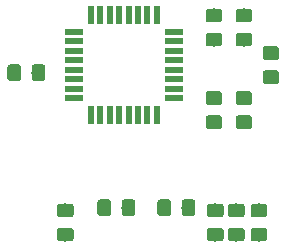
<source format=gbr>
G04 #@! TF.GenerationSoftware,KiCad,Pcbnew,(5.0.2-5)-5*
G04 #@! TF.CreationDate,2019-09-23T09:23:56+03:00*
G04 #@! TF.ProjectId,digi_pot,64696769-5f70-46f7-942e-6b696361645f,rev?*
G04 #@! TF.SameCoordinates,Original*
G04 #@! TF.FileFunction,Paste,Bot*
G04 #@! TF.FilePolarity,Positive*
%FSLAX46Y46*%
G04 Gerber Fmt 4.6, Leading zero omitted, Abs format (unit mm)*
G04 Created by KiCad (PCBNEW (5.0.2-5)-5) date 2019 September 23, Monday 09:23:56*
%MOMM*%
%LPD*%
G01*
G04 APERTURE LIST*
%ADD10C,0.100000*%
%ADD11C,1.150000*%
%ADD12R,1.600000X0.550000*%
%ADD13R,0.550000X1.600000*%
G04 APERTURE END LIST*
D10*
G04 #@! TO.C,R4*
G36*
X158589505Y-96826204D02*
X158613773Y-96829804D01*
X158637572Y-96835765D01*
X158660671Y-96844030D01*
X158682850Y-96854520D01*
X158703893Y-96867132D01*
X158723599Y-96881747D01*
X158741777Y-96898223D01*
X158758253Y-96916401D01*
X158772868Y-96936107D01*
X158785480Y-96957150D01*
X158795970Y-96979329D01*
X158804235Y-97002428D01*
X158810196Y-97026227D01*
X158813796Y-97050495D01*
X158815000Y-97074999D01*
X158815000Y-97725001D01*
X158813796Y-97749505D01*
X158810196Y-97773773D01*
X158804235Y-97797572D01*
X158795970Y-97820671D01*
X158785480Y-97842850D01*
X158772868Y-97863893D01*
X158758253Y-97883599D01*
X158741777Y-97901777D01*
X158723599Y-97918253D01*
X158703893Y-97932868D01*
X158682850Y-97945480D01*
X158660671Y-97955970D01*
X158637572Y-97964235D01*
X158613773Y-97970196D01*
X158589505Y-97973796D01*
X158565001Y-97975000D01*
X157664999Y-97975000D01*
X157640495Y-97973796D01*
X157616227Y-97970196D01*
X157592428Y-97964235D01*
X157569329Y-97955970D01*
X157547150Y-97945480D01*
X157526107Y-97932868D01*
X157506401Y-97918253D01*
X157488223Y-97901777D01*
X157471747Y-97883599D01*
X157457132Y-97863893D01*
X157444520Y-97842850D01*
X157434030Y-97820671D01*
X157425765Y-97797572D01*
X157419804Y-97773773D01*
X157416204Y-97749505D01*
X157415000Y-97725001D01*
X157415000Y-97074999D01*
X157416204Y-97050495D01*
X157419804Y-97026227D01*
X157425765Y-97002428D01*
X157434030Y-96979329D01*
X157444520Y-96957150D01*
X157457132Y-96936107D01*
X157471747Y-96916401D01*
X157488223Y-96898223D01*
X157506401Y-96881747D01*
X157526107Y-96867132D01*
X157547150Y-96854520D01*
X157569329Y-96844030D01*
X157592428Y-96835765D01*
X157616227Y-96829804D01*
X157640495Y-96826204D01*
X157664999Y-96825000D01*
X158565001Y-96825000D01*
X158589505Y-96826204D01*
X158589505Y-96826204D01*
G37*
D11*
X158115000Y-97400000D03*
D10*
G36*
X158589505Y-98876204D02*
X158613773Y-98879804D01*
X158637572Y-98885765D01*
X158660671Y-98894030D01*
X158682850Y-98904520D01*
X158703893Y-98917132D01*
X158723599Y-98931747D01*
X158741777Y-98948223D01*
X158758253Y-98966401D01*
X158772868Y-98986107D01*
X158785480Y-99007150D01*
X158795970Y-99029329D01*
X158804235Y-99052428D01*
X158810196Y-99076227D01*
X158813796Y-99100495D01*
X158815000Y-99124999D01*
X158815000Y-99775001D01*
X158813796Y-99799505D01*
X158810196Y-99823773D01*
X158804235Y-99847572D01*
X158795970Y-99870671D01*
X158785480Y-99892850D01*
X158772868Y-99913893D01*
X158758253Y-99933599D01*
X158741777Y-99951777D01*
X158723599Y-99968253D01*
X158703893Y-99982868D01*
X158682850Y-99995480D01*
X158660671Y-100005970D01*
X158637572Y-100014235D01*
X158613773Y-100020196D01*
X158589505Y-100023796D01*
X158565001Y-100025000D01*
X157664999Y-100025000D01*
X157640495Y-100023796D01*
X157616227Y-100020196D01*
X157592428Y-100014235D01*
X157569329Y-100005970D01*
X157547150Y-99995480D01*
X157526107Y-99982868D01*
X157506401Y-99968253D01*
X157488223Y-99951777D01*
X157471747Y-99933599D01*
X157457132Y-99913893D01*
X157444520Y-99892850D01*
X157434030Y-99870671D01*
X157425765Y-99847572D01*
X157419804Y-99823773D01*
X157416204Y-99799505D01*
X157415000Y-99775001D01*
X157415000Y-99124999D01*
X157416204Y-99100495D01*
X157419804Y-99076227D01*
X157425765Y-99052428D01*
X157434030Y-99029329D01*
X157444520Y-99007150D01*
X157457132Y-98986107D01*
X157471747Y-98966401D01*
X157488223Y-98948223D01*
X157506401Y-98931747D01*
X157526107Y-98917132D01*
X157547150Y-98904520D01*
X157569329Y-98894030D01*
X157592428Y-98885765D01*
X157616227Y-98879804D01*
X157640495Y-98876204D01*
X157664999Y-98875000D01*
X158565001Y-98875000D01*
X158589505Y-98876204D01*
X158589505Y-98876204D01*
G37*
D11*
X158115000Y-99450000D03*
G04 #@! TD*
D12*
G04 #@! TO.C,U1*
X150935000Y-82290000D03*
X150935000Y-83090000D03*
X150935000Y-83890000D03*
X150935000Y-84690000D03*
X150935000Y-85490000D03*
X150935000Y-86290000D03*
X150935000Y-87090000D03*
X150935000Y-87890000D03*
D13*
X149485000Y-89340000D03*
X148685000Y-89340000D03*
X147885000Y-89340000D03*
X147085000Y-89340000D03*
X146285000Y-89340000D03*
X145485000Y-89340000D03*
X144685000Y-89340000D03*
X143885000Y-89340000D03*
D12*
X142435000Y-87890000D03*
X142435000Y-87090000D03*
X142435000Y-86290000D03*
X142435000Y-85490000D03*
X142435000Y-84690000D03*
X142435000Y-83890000D03*
X142435000Y-83090000D03*
X142435000Y-82290000D03*
D13*
X143885000Y-80840000D03*
X144685000Y-80840000D03*
X145485000Y-80840000D03*
X146285000Y-80840000D03*
X147085000Y-80840000D03*
X147885000Y-80840000D03*
X148685000Y-80840000D03*
X149485000Y-80840000D03*
G04 #@! TD*
D10*
G04 #@! TO.C,R1*
G36*
X142206505Y-98876204D02*
X142230773Y-98879804D01*
X142254572Y-98885765D01*
X142277671Y-98894030D01*
X142299850Y-98904520D01*
X142320893Y-98917132D01*
X142340599Y-98931747D01*
X142358777Y-98948223D01*
X142375253Y-98966401D01*
X142389868Y-98986107D01*
X142402480Y-99007150D01*
X142412970Y-99029329D01*
X142421235Y-99052428D01*
X142427196Y-99076227D01*
X142430796Y-99100495D01*
X142432000Y-99124999D01*
X142432000Y-99775001D01*
X142430796Y-99799505D01*
X142427196Y-99823773D01*
X142421235Y-99847572D01*
X142412970Y-99870671D01*
X142402480Y-99892850D01*
X142389868Y-99913893D01*
X142375253Y-99933599D01*
X142358777Y-99951777D01*
X142340599Y-99968253D01*
X142320893Y-99982868D01*
X142299850Y-99995480D01*
X142277671Y-100005970D01*
X142254572Y-100014235D01*
X142230773Y-100020196D01*
X142206505Y-100023796D01*
X142182001Y-100025000D01*
X141281999Y-100025000D01*
X141257495Y-100023796D01*
X141233227Y-100020196D01*
X141209428Y-100014235D01*
X141186329Y-100005970D01*
X141164150Y-99995480D01*
X141143107Y-99982868D01*
X141123401Y-99968253D01*
X141105223Y-99951777D01*
X141088747Y-99933599D01*
X141074132Y-99913893D01*
X141061520Y-99892850D01*
X141051030Y-99870671D01*
X141042765Y-99847572D01*
X141036804Y-99823773D01*
X141033204Y-99799505D01*
X141032000Y-99775001D01*
X141032000Y-99124999D01*
X141033204Y-99100495D01*
X141036804Y-99076227D01*
X141042765Y-99052428D01*
X141051030Y-99029329D01*
X141061520Y-99007150D01*
X141074132Y-98986107D01*
X141088747Y-98966401D01*
X141105223Y-98948223D01*
X141123401Y-98931747D01*
X141143107Y-98917132D01*
X141164150Y-98904520D01*
X141186329Y-98894030D01*
X141209428Y-98885765D01*
X141233227Y-98879804D01*
X141257495Y-98876204D01*
X141281999Y-98875000D01*
X142182001Y-98875000D01*
X142206505Y-98876204D01*
X142206505Y-98876204D01*
G37*
D11*
X141732000Y-99450000D03*
D10*
G36*
X142206505Y-96826204D02*
X142230773Y-96829804D01*
X142254572Y-96835765D01*
X142277671Y-96844030D01*
X142299850Y-96854520D01*
X142320893Y-96867132D01*
X142340599Y-96881747D01*
X142358777Y-96898223D01*
X142375253Y-96916401D01*
X142389868Y-96936107D01*
X142402480Y-96957150D01*
X142412970Y-96979329D01*
X142421235Y-97002428D01*
X142427196Y-97026227D01*
X142430796Y-97050495D01*
X142432000Y-97074999D01*
X142432000Y-97725001D01*
X142430796Y-97749505D01*
X142427196Y-97773773D01*
X142421235Y-97797572D01*
X142412970Y-97820671D01*
X142402480Y-97842850D01*
X142389868Y-97863893D01*
X142375253Y-97883599D01*
X142358777Y-97901777D01*
X142340599Y-97918253D01*
X142320893Y-97932868D01*
X142299850Y-97945480D01*
X142277671Y-97955970D01*
X142254572Y-97964235D01*
X142230773Y-97970196D01*
X142206505Y-97973796D01*
X142182001Y-97975000D01*
X141281999Y-97975000D01*
X141257495Y-97973796D01*
X141233227Y-97970196D01*
X141209428Y-97964235D01*
X141186329Y-97955970D01*
X141164150Y-97945480D01*
X141143107Y-97932868D01*
X141123401Y-97918253D01*
X141105223Y-97901777D01*
X141088747Y-97883599D01*
X141074132Y-97863893D01*
X141061520Y-97842850D01*
X141051030Y-97820671D01*
X141042765Y-97797572D01*
X141036804Y-97773773D01*
X141033204Y-97749505D01*
X141032000Y-97725001D01*
X141032000Y-97074999D01*
X141033204Y-97050495D01*
X141036804Y-97026227D01*
X141042765Y-97002428D01*
X141051030Y-96979329D01*
X141061520Y-96957150D01*
X141074132Y-96936107D01*
X141088747Y-96916401D01*
X141105223Y-96898223D01*
X141123401Y-96881747D01*
X141143107Y-96867132D01*
X141164150Y-96854520D01*
X141186329Y-96844030D01*
X141209428Y-96835765D01*
X141233227Y-96829804D01*
X141257495Y-96826204D01*
X141281999Y-96825000D01*
X142182001Y-96825000D01*
X142206505Y-96826204D01*
X142206505Y-96826204D01*
G37*
D11*
X141732000Y-97400000D03*
G04 #@! TD*
D10*
G04 #@! TO.C,R2*
G36*
X154906505Y-96826204D02*
X154930773Y-96829804D01*
X154954572Y-96835765D01*
X154977671Y-96844030D01*
X154999850Y-96854520D01*
X155020893Y-96867132D01*
X155040599Y-96881747D01*
X155058777Y-96898223D01*
X155075253Y-96916401D01*
X155089868Y-96936107D01*
X155102480Y-96957150D01*
X155112970Y-96979329D01*
X155121235Y-97002428D01*
X155127196Y-97026227D01*
X155130796Y-97050495D01*
X155132000Y-97074999D01*
X155132000Y-97725001D01*
X155130796Y-97749505D01*
X155127196Y-97773773D01*
X155121235Y-97797572D01*
X155112970Y-97820671D01*
X155102480Y-97842850D01*
X155089868Y-97863893D01*
X155075253Y-97883599D01*
X155058777Y-97901777D01*
X155040599Y-97918253D01*
X155020893Y-97932868D01*
X154999850Y-97945480D01*
X154977671Y-97955970D01*
X154954572Y-97964235D01*
X154930773Y-97970196D01*
X154906505Y-97973796D01*
X154882001Y-97975000D01*
X153981999Y-97975000D01*
X153957495Y-97973796D01*
X153933227Y-97970196D01*
X153909428Y-97964235D01*
X153886329Y-97955970D01*
X153864150Y-97945480D01*
X153843107Y-97932868D01*
X153823401Y-97918253D01*
X153805223Y-97901777D01*
X153788747Y-97883599D01*
X153774132Y-97863893D01*
X153761520Y-97842850D01*
X153751030Y-97820671D01*
X153742765Y-97797572D01*
X153736804Y-97773773D01*
X153733204Y-97749505D01*
X153732000Y-97725001D01*
X153732000Y-97074999D01*
X153733204Y-97050495D01*
X153736804Y-97026227D01*
X153742765Y-97002428D01*
X153751030Y-96979329D01*
X153761520Y-96957150D01*
X153774132Y-96936107D01*
X153788747Y-96916401D01*
X153805223Y-96898223D01*
X153823401Y-96881747D01*
X153843107Y-96867132D01*
X153864150Y-96854520D01*
X153886329Y-96844030D01*
X153909428Y-96835765D01*
X153933227Y-96829804D01*
X153957495Y-96826204D01*
X153981999Y-96825000D01*
X154882001Y-96825000D01*
X154906505Y-96826204D01*
X154906505Y-96826204D01*
G37*
D11*
X154432000Y-97400000D03*
D10*
G36*
X154906505Y-98876204D02*
X154930773Y-98879804D01*
X154954572Y-98885765D01*
X154977671Y-98894030D01*
X154999850Y-98904520D01*
X155020893Y-98917132D01*
X155040599Y-98931747D01*
X155058777Y-98948223D01*
X155075253Y-98966401D01*
X155089868Y-98986107D01*
X155102480Y-99007150D01*
X155112970Y-99029329D01*
X155121235Y-99052428D01*
X155127196Y-99076227D01*
X155130796Y-99100495D01*
X155132000Y-99124999D01*
X155132000Y-99775001D01*
X155130796Y-99799505D01*
X155127196Y-99823773D01*
X155121235Y-99847572D01*
X155112970Y-99870671D01*
X155102480Y-99892850D01*
X155089868Y-99913893D01*
X155075253Y-99933599D01*
X155058777Y-99951777D01*
X155040599Y-99968253D01*
X155020893Y-99982868D01*
X154999850Y-99995480D01*
X154977671Y-100005970D01*
X154954572Y-100014235D01*
X154930773Y-100020196D01*
X154906505Y-100023796D01*
X154882001Y-100025000D01*
X153981999Y-100025000D01*
X153957495Y-100023796D01*
X153933227Y-100020196D01*
X153909428Y-100014235D01*
X153886329Y-100005970D01*
X153864150Y-99995480D01*
X153843107Y-99982868D01*
X153823401Y-99968253D01*
X153805223Y-99951777D01*
X153788747Y-99933599D01*
X153774132Y-99913893D01*
X153761520Y-99892850D01*
X153751030Y-99870671D01*
X153742765Y-99847572D01*
X153736804Y-99823773D01*
X153733204Y-99799505D01*
X153732000Y-99775001D01*
X153732000Y-99124999D01*
X153733204Y-99100495D01*
X153736804Y-99076227D01*
X153742765Y-99052428D01*
X153751030Y-99029329D01*
X153761520Y-99007150D01*
X153774132Y-98986107D01*
X153788747Y-98966401D01*
X153805223Y-98948223D01*
X153823401Y-98931747D01*
X153843107Y-98917132D01*
X153864150Y-98904520D01*
X153886329Y-98894030D01*
X153909428Y-98885765D01*
X153933227Y-98879804D01*
X153957495Y-98876204D01*
X153981999Y-98875000D01*
X154882001Y-98875000D01*
X154906505Y-98876204D01*
X154906505Y-98876204D01*
G37*
D11*
X154432000Y-99450000D03*
G04 #@! TD*
D10*
G04 #@! TO.C,R3*
G36*
X156684505Y-98876204D02*
X156708773Y-98879804D01*
X156732572Y-98885765D01*
X156755671Y-98894030D01*
X156777850Y-98904520D01*
X156798893Y-98917132D01*
X156818599Y-98931747D01*
X156836777Y-98948223D01*
X156853253Y-98966401D01*
X156867868Y-98986107D01*
X156880480Y-99007150D01*
X156890970Y-99029329D01*
X156899235Y-99052428D01*
X156905196Y-99076227D01*
X156908796Y-99100495D01*
X156910000Y-99124999D01*
X156910000Y-99775001D01*
X156908796Y-99799505D01*
X156905196Y-99823773D01*
X156899235Y-99847572D01*
X156890970Y-99870671D01*
X156880480Y-99892850D01*
X156867868Y-99913893D01*
X156853253Y-99933599D01*
X156836777Y-99951777D01*
X156818599Y-99968253D01*
X156798893Y-99982868D01*
X156777850Y-99995480D01*
X156755671Y-100005970D01*
X156732572Y-100014235D01*
X156708773Y-100020196D01*
X156684505Y-100023796D01*
X156660001Y-100025000D01*
X155759999Y-100025000D01*
X155735495Y-100023796D01*
X155711227Y-100020196D01*
X155687428Y-100014235D01*
X155664329Y-100005970D01*
X155642150Y-99995480D01*
X155621107Y-99982868D01*
X155601401Y-99968253D01*
X155583223Y-99951777D01*
X155566747Y-99933599D01*
X155552132Y-99913893D01*
X155539520Y-99892850D01*
X155529030Y-99870671D01*
X155520765Y-99847572D01*
X155514804Y-99823773D01*
X155511204Y-99799505D01*
X155510000Y-99775001D01*
X155510000Y-99124999D01*
X155511204Y-99100495D01*
X155514804Y-99076227D01*
X155520765Y-99052428D01*
X155529030Y-99029329D01*
X155539520Y-99007150D01*
X155552132Y-98986107D01*
X155566747Y-98966401D01*
X155583223Y-98948223D01*
X155601401Y-98931747D01*
X155621107Y-98917132D01*
X155642150Y-98904520D01*
X155664329Y-98894030D01*
X155687428Y-98885765D01*
X155711227Y-98879804D01*
X155735495Y-98876204D01*
X155759999Y-98875000D01*
X156660001Y-98875000D01*
X156684505Y-98876204D01*
X156684505Y-98876204D01*
G37*
D11*
X156210000Y-99450000D03*
D10*
G36*
X156684505Y-96826204D02*
X156708773Y-96829804D01*
X156732572Y-96835765D01*
X156755671Y-96844030D01*
X156777850Y-96854520D01*
X156798893Y-96867132D01*
X156818599Y-96881747D01*
X156836777Y-96898223D01*
X156853253Y-96916401D01*
X156867868Y-96936107D01*
X156880480Y-96957150D01*
X156890970Y-96979329D01*
X156899235Y-97002428D01*
X156905196Y-97026227D01*
X156908796Y-97050495D01*
X156910000Y-97074999D01*
X156910000Y-97725001D01*
X156908796Y-97749505D01*
X156905196Y-97773773D01*
X156899235Y-97797572D01*
X156890970Y-97820671D01*
X156880480Y-97842850D01*
X156867868Y-97863893D01*
X156853253Y-97883599D01*
X156836777Y-97901777D01*
X156818599Y-97918253D01*
X156798893Y-97932868D01*
X156777850Y-97945480D01*
X156755671Y-97955970D01*
X156732572Y-97964235D01*
X156708773Y-97970196D01*
X156684505Y-97973796D01*
X156660001Y-97975000D01*
X155759999Y-97975000D01*
X155735495Y-97973796D01*
X155711227Y-97970196D01*
X155687428Y-97964235D01*
X155664329Y-97955970D01*
X155642150Y-97945480D01*
X155621107Y-97932868D01*
X155601401Y-97918253D01*
X155583223Y-97901777D01*
X155566747Y-97883599D01*
X155552132Y-97863893D01*
X155539520Y-97842850D01*
X155529030Y-97820671D01*
X155520765Y-97797572D01*
X155514804Y-97773773D01*
X155511204Y-97749505D01*
X155510000Y-97725001D01*
X155510000Y-97074999D01*
X155511204Y-97050495D01*
X155514804Y-97026227D01*
X155520765Y-97002428D01*
X155529030Y-96979329D01*
X155539520Y-96957150D01*
X155552132Y-96936107D01*
X155566747Y-96916401D01*
X155583223Y-96898223D01*
X155601401Y-96881747D01*
X155621107Y-96867132D01*
X155642150Y-96854520D01*
X155664329Y-96844030D01*
X155687428Y-96835765D01*
X155711227Y-96829804D01*
X155735495Y-96826204D01*
X155759999Y-96825000D01*
X156660001Y-96825000D01*
X156684505Y-96826204D01*
X156684505Y-96826204D01*
G37*
D11*
X156210000Y-97400000D03*
G04 #@! TD*
D10*
G04 #@! TO.C,C1*
G36*
X159605505Y-85541204D02*
X159629773Y-85544804D01*
X159653572Y-85550765D01*
X159676671Y-85559030D01*
X159698850Y-85569520D01*
X159719893Y-85582132D01*
X159739599Y-85596747D01*
X159757777Y-85613223D01*
X159774253Y-85631401D01*
X159788868Y-85651107D01*
X159801480Y-85672150D01*
X159811970Y-85694329D01*
X159820235Y-85717428D01*
X159826196Y-85741227D01*
X159829796Y-85765495D01*
X159831000Y-85789999D01*
X159831000Y-86440001D01*
X159829796Y-86464505D01*
X159826196Y-86488773D01*
X159820235Y-86512572D01*
X159811970Y-86535671D01*
X159801480Y-86557850D01*
X159788868Y-86578893D01*
X159774253Y-86598599D01*
X159757777Y-86616777D01*
X159739599Y-86633253D01*
X159719893Y-86647868D01*
X159698850Y-86660480D01*
X159676671Y-86670970D01*
X159653572Y-86679235D01*
X159629773Y-86685196D01*
X159605505Y-86688796D01*
X159581001Y-86690000D01*
X158680999Y-86690000D01*
X158656495Y-86688796D01*
X158632227Y-86685196D01*
X158608428Y-86679235D01*
X158585329Y-86670970D01*
X158563150Y-86660480D01*
X158542107Y-86647868D01*
X158522401Y-86633253D01*
X158504223Y-86616777D01*
X158487747Y-86598599D01*
X158473132Y-86578893D01*
X158460520Y-86557850D01*
X158450030Y-86535671D01*
X158441765Y-86512572D01*
X158435804Y-86488773D01*
X158432204Y-86464505D01*
X158431000Y-86440001D01*
X158431000Y-85789999D01*
X158432204Y-85765495D01*
X158435804Y-85741227D01*
X158441765Y-85717428D01*
X158450030Y-85694329D01*
X158460520Y-85672150D01*
X158473132Y-85651107D01*
X158487747Y-85631401D01*
X158504223Y-85613223D01*
X158522401Y-85596747D01*
X158542107Y-85582132D01*
X158563150Y-85569520D01*
X158585329Y-85559030D01*
X158608428Y-85550765D01*
X158632227Y-85544804D01*
X158656495Y-85541204D01*
X158680999Y-85540000D01*
X159581001Y-85540000D01*
X159605505Y-85541204D01*
X159605505Y-85541204D01*
G37*
D11*
X159131000Y-86115000D03*
D10*
G36*
X159605505Y-83491204D02*
X159629773Y-83494804D01*
X159653572Y-83500765D01*
X159676671Y-83509030D01*
X159698850Y-83519520D01*
X159719893Y-83532132D01*
X159739599Y-83546747D01*
X159757777Y-83563223D01*
X159774253Y-83581401D01*
X159788868Y-83601107D01*
X159801480Y-83622150D01*
X159811970Y-83644329D01*
X159820235Y-83667428D01*
X159826196Y-83691227D01*
X159829796Y-83715495D01*
X159831000Y-83739999D01*
X159831000Y-84390001D01*
X159829796Y-84414505D01*
X159826196Y-84438773D01*
X159820235Y-84462572D01*
X159811970Y-84485671D01*
X159801480Y-84507850D01*
X159788868Y-84528893D01*
X159774253Y-84548599D01*
X159757777Y-84566777D01*
X159739599Y-84583253D01*
X159719893Y-84597868D01*
X159698850Y-84610480D01*
X159676671Y-84620970D01*
X159653572Y-84629235D01*
X159629773Y-84635196D01*
X159605505Y-84638796D01*
X159581001Y-84640000D01*
X158680999Y-84640000D01*
X158656495Y-84638796D01*
X158632227Y-84635196D01*
X158608428Y-84629235D01*
X158585329Y-84620970D01*
X158563150Y-84610480D01*
X158542107Y-84597868D01*
X158522401Y-84583253D01*
X158504223Y-84566777D01*
X158487747Y-84548599D01*
X158473132Y-84528893D01*
X158460520Y-84507850D01*
X158450030Y-84485671D01*
X158441765Y-84462572D01*
X158435804Y-84438773D01*
X158432204Y-84414505D01*
X158431000Y-84390001D01*
X158431000Y-83739999D01*
X158432204Y-83715495D01*
X158435804Y-83691227D01*
X158441765Y-83667428D01*
X158450030Y-83644329D01*
X158460520Y-83622150D01*
X158473132Y-83601107D01*
X158487747Y-83581401D01*
X158504223Y-83563223D01*
X158522401Y-83546747D01*
X158542107Y-83532132D01*
X158563150Y-83519520D01*
X158585329Y-83509030D01*
X158608428Y-83500765D01*
X158632227Y-83494804D01*
X158656495Y-83491204D01*
X158680999Y-83490000D01*
X159581001Y-83490000D01*
X159605505Y-83491204D01*
X159605505Y-83491204D01*
G37*
D11*
X159131000Y-84065000D03*
G04 #@! TD*
D10*
G04 #@! TO.C,R5*
G36*
X152504505Y-96456204D02*
X152528773Y-96459804D01*
X152552572Y-96465765D01*
X152575671Y-96474030D01*
X152597850Y-96484520D01*
X152618893Y-96497132D01*
X152638599Y-96511747D01*
X152656777Y-96528223D01*
X152673253Y-96546401D01*
X152687868Y-96566107D01*
X152700480Y-96587150D01*
X152710970Y-96609329D01*
X152719235Y-96632428D01*
X152725196Y-96656227D01*
X152728796Y-96680495D01*
X152730000Y-96704999D01*
X152730000Y-97605001D01*
X152728796Y-97629505D01*
X152725196Y-97653773D01*
X152719235Y-97677572D01*
X152710970Y-97700671D01*
X152700480Y-97722850D01*
X152687868Y-97743893D01*
X152673253Y-97763599D01*
X152656777Y-97781777D01*
X152638599Y-97798253D01*
X152618893Y-97812868D01*
X152597850Y-97825480D01*
X152575671Y-97835970D01*
X152552572Y-97844235D01*
X152528773Y-97850196D01*
X152504505Y-97853796D01*
X152480001Y-97855000D01*
X151829999Y-97855000D01*
X151805495Y-97853796D01*
X151781227Y-97850196D01*
X151757428Y-97844235D01*
X151734329Y-97835970D01*
X151712150Y-97825480D01*
X151691107Y-97812868D01*
X151671401Y-97798253D01*
X151653223Y-97781777D01*
X151636747Y-97763599D01*
X151622132Y-97743893D01*
X151609520Y-97722850D01*
X151599030Y-97700671D01*
X151590765Y-97677572D01*
X151584804Y-97653773D01*
X151581204Y-97629505D01*
X151580000Y-97605001D01*
X151580000Y-96704999D01*
X151581204Y-96680495D01*
X151584804Y-96656227D01*
X151590765Y-96632428D01*
X151599030Y-96609329D01*
X151609520Y-96587150D01*
X151622132Y-96566107D01*
X151636747Y-96546401D01*
X151653223Y-96528223D01*
X151671401Y-96511747D01*
X151691107Y-96497132D01*
X151712150Y-96484520D01*
X151734329Y-96474030D01*
X151757428Y-96465765D01*
X151781227Y-96459804D01*
X151805495Y-96456204D01*
X151829999Y-96455000D01*
X152480001Y-96455000D01*
X152504505Y-96456204D01*
X152504505Y-96456204D01*
G37*
D11*
X152155000Y-97155000D03*
D10*
G36*
X150454505Y-96456204D02*
X150478773Y-96459804D01*
X150502572Y-96465765D01*
X150525671Y-96474030D01*
X150547850Y-96484520D01*
X150568893Y-96497132D01*
X150588599Y-96511747D01*
X150606777Y-96528223D01*
X150623253Y-96546401D01*
X150637868Y-96566107D01*
X150650480Y-96587150D01*
X150660970Y-96609329D01*
X150669235Y-96632428D01*
X150675196Y-96656227D01*
X150678796Y-96680495D01*
X150680000Y-96704999D01*
X150680000Y-97605001D01*
X150678796Y-97629505D01*
X150675196Y-97653773D01*
X150669235Y-97677572D01*
X150660970Y-97700671D01*
X150650480Y-97722850D01*
X150637868Y-97743893D01*
X150623253Y-97763599D01*
X150606777Y-97781777D01*
X150588599Y-97798253D01*
X150568893Y-97812868D01*
X150547850Y-97825480D01*
X150525671Y-97835970D01*
X150502572Y-97844235D01*
X150478773Y-97850196D01*
X150454505Y-97853796D01*
X150430001Y-97855000D01*
X149779999Y-97855000D01*
X149755495Y-97853796D01*
X149731227Y-97850196D01*
X149707428Y-97844235D01*
X149684329Y-97835970D01*
X149662150Y-97825480D01*
X149641107Y-97812868D01*
X149621401Y-97798253D01*
X149603223Y-97781777D01*
X149586747Y-97763599D01*
X149572132Y-97743893D01*
X149559520Y-97722850D01*
X149549030Y-97700671D01*
X149540765Y-97677572D01*
X149534804Y-97653773D01*
X149531204Y-97629505D01*
X149530000Y-97605001D01*
X149530000Y-96704999D01*
X149531204Y-96680495D01*
X149534804Y-96656227D01*
X149540765Y-96632428D01*
X149549030Y-96609329D01*
X149559520Y-96587150D01*
X149572132Y-96566107D01*
X149586747Y-96546401D01*
X149603223Y-96528223D01*
X149621401Y-96511747D01*
X149641107Y-96497132D01*
X149662150Y-96484520D01*
X149684329Y-96474030D01*
X149707428Y-96465765D01*
X149731227Y-96459804D01*
X149755495Y-96456204D01*
X149779999Y-96455000D01*
X150430001Y-96455000D01*
X150454505Y-96456204D01*
X150454505Y-96456204D01*
G37*
D11*
X150105000Y-97155000D03*
G04 #@! TD*
D10*
G04 #@! TO.C,R6*
G36*
X147424505Y-96456204D02*
X147448773Y-96459804D01*
X147472572Y-96465765D01*
X147495671Y-96474030D01*
X147517850Y-96484520D01*
X147538893Y-96497132D01*
X147558599Y-96511747D01*
X147576777Y-96528223D01*
X147593253Y-96546401D01*
X147607868Y-96566107D01*
X147620480Y-96587150D01*
X147630970Y-96609329D01*
X147639235Y-96632428D01*
X147645196Y-96656227D01*
X147648796Y-96680495D01*
X147650000Y-96704999D01*
X147650000Y-97605001D01*
X147648796Y-97629505D01*
X147645196Y-97653773D01*
X147639235Y-97677572D01*
X147630970Y-97700671D01*
X147620480Y-97722850D01*
X147607868Y-97743893D01*
X147593253Y-97763599D01*
X147576777Y-97781777D01*
X147558599Y-97798253D01*
X147538893Y-97812868D01*
X147517850Y-97825480D01*
X147495671Y-97835970D01*
X147472572Y-97844235D01*
X147448773Y-97850196D01*
X147424505Y-97853796D01*
X147400001Y-97855000D01*
X146749999Y-97855000D01*
X146725495Y-97853796D01*
X146701227Y-97850196D01*
X146677428Y-97844235D01*
X146654329Y-97835970D01*
X146632150Y-97825480D01*
X146611107Y-97812868D01*
X146591401Y-97798253D01*
X146573223Y-97781777D01*
X146556747Y-97763599D01*
X146542132Y-97743893D01*
X146529520Y-97722850D01*
X146519030Y-97700671D01*
X146510765Y-97677572D01*
X146504804Y-97653773D01*
X146501204Y-97629505D01*
X146500000Y-97605001D01*
X146500000Y-96704999D01*
X146501204Y-96680495D01*
X146504804Y-96656227D01*
X146510765Y-96632428D01*
X146519030Y-96609329D01*
X146529520Y-96587150D01*
X146542132Y-96566107D01*
X146556747Y-96546401D01*
X146573223Y-96528223D01*
X146591401Y-96511747D01*
X146611107Y-96497132D01*
X146632150Y-96484520D01*
X146654329Y-96474030D01*
X146677428Y-96465765D01*
X146701227Y-96459804D01*
X146725495Y-96456204D01*
X146749999Y-96455000D01*
X147400001Y-96455000D01*
X147424505Y-96456204D01*
X147424505Y-96456204D01*
G37*
D11*
X147075000Y-97155000D03*
D10*
G36*
X145374505Y-96456204D02*
X145398773Y-96459804D01*
X145422572Y-96465765D01*
X145445671Y-96474030D01*
X145467850Y-96484520D01*
X145488893Y-96497132D01*
X145508599Y-96511747D01*
X145526777Y-96528223D01*
X145543253Y-96546401D01*
X145557868Y-96566107D01*
X145570480Y-96587150D01*
X145580970Y-96609329D01*
X145589235Y-96632428D01*
X145595196Y-96656227D01*
X145598796Y-96680495D01*
X145600000Y-96704999D01*
X145600000Y-97605001D01*
X145598796Y-97629505D01*
X145595196Y-97653773D01*
X145589235Y-97677572D01*
X145580970Y-97700671D01*
X145570480Y-97722850D01*
X145557868Y-97743893D01*
X145543253Y-97763599D01*
X145526777Y-97781777D01*
X145508599Y-97798253D01*
X145488893Y-97812868D01*
X145467850Y-97825480D01*
X145445671Y-97835970D01*
X145422572Y-97844235D01*
X145398773Y-97850196D01*
X145374505Y-97853796D01*
X145350001Y-97855000D01*
X144699999Y-97855000D01*
X144675495Y-97853796D01*
X144651227Y-97850196D01*
X144627428Y-97844235D01*
X144604329Y-97835970D01*
X144582150Y-97825480D01*
X144561107Y-97812868D01*
X144541401Y-97798253D01*
X144523223Y-97781777D01*
X144506747Y-97763599D01*
X144492132Y-97743893D01*
X144479520Y-97722850D01*
X144469030Y-97700671D01*
X144460765Y-97677572D01*
X144454804Y-97653773D01*
X144451204Y-97629505D01*
X144450000Y-97605001D01*
X144450000Y-96704999D01*
X144451204Y-96680495D01*
X144454804Y-96656227D01*
X144460765Y-96632428D01*
X144469030Y-96609329D01*
X144479520Y-96587150D01*
X144492132Y-96566107D01*
X144506747Y-96546401D01*
X144523223Y-96528223D01*
X144541401Y-96511747D01*
X144561107Y-96497132D01*
X144582150Y-96484520D01*
X144604329Y-96474030D01*
X144627428Y-96465765D01*
X144651227Y-96459804D01*
X144675495Y-96456204D01*
X144699999Y-96455000D01*
X145350001Y-96455000D01*
X145374505Y-96456204D01*
X145374505Y-96456204D01*
G37*
D11*
X145025000Y-97155000D03*
G04 #@! TD*
D10*
G04 #@! TO.C,C3*
G36*
X139804505Y-85026204D02*
X139828773Y-85029804D01*
X139852572Y-85035765D01*
X139875671Y-85044030D01*
X139897850Y-85054520D01*
X139918893Y-85067132D01*
X139938599Y-85081747D01*
X139956777Y-85098223D01*
X139973253Y-85116401D01*
X139987868Y-85136107D01*
X140000480Y-85157150D01*
X140010970Y-85179329D01*
X140019235Y-85202428D01*
X140025196Y-85226227D01*
X140028796Y-85250495D01*
X140030000Y-85274999D01*
X140030000Y-86175001D01*
X140028796Y-86199505D01*
X140025196Y-86223773D01*
X140019235Y-86247572D01*
X140010970Y-86270671D01*
X140000480Y-86292850D01*
X139987868Y-86313893D01*
X139973253Y-86333599D01*
X139956777Y-86351777D01*
X139938599Y-86368253D01*
X139918893Y-86382868D01*
X139897850Y-86395480D01*
X139875671Y-86405970D01*
X139852572Y-86414235D01*
X139828773Y-86420196D01*
X139804505Y-86423796D01*
X139780001Y-86425000D01*
X139129999Y-86425000D01*
X139105495Y-86423796D01*
X139081227Y-86420196D01*
X139057428Y-86414235D01*
X139034329Y-86405970D01*
X139012150Y-86395480D01*
X138991107Y-86382868D01*
X138971401Y-86368253D01*
X138953223Y-86351777D01*
X138936747Y-86333599D01*
X138922132Y-86313893D01*
X138909520Y-86292850D01*
X138899030Y-86270671D01*
X138890765Y-86247572D01*
X138884804Y-86223773D01*
X138881204Y-86199505D01*
X138880000Y-86175001D01*
X138880000Y-85274999D01*
X138881204Y-85250495D01*
X138884804Y-85226227D01*
X138890765Y-85202428D01*
X138899030Y-85179329D01*
X138909520Y-85157150D01*
X138922132Y-85136107D01*
X138936747Y-85116401D01*
X138953223Y-85098223D01*
X138971401Y-85081747D01*
X138991107Y-85067132D01*
X139012150Y-85054520D01*
X139034329Y-85044030D01*
X139057428Y-85035765D01*
X139081227Y-85029804D01*
X139105495Y-85026204D01*
X139129999Y-85025000D01*
X139780001Y-85025000D01*
X139804505Y-85026204D01*
X139804505Y-85026204D01*
G37*
D11*
X139455000Y-85725000D03*
D10*
G36*
X137754505Y-85026204D02*
X137778773Y-85029804D01*
X137802572Y-85035765D01*
X137825671Y-85044030D01*
X137847850Y-85054520D01*
X137868893Y-85067132D01*
X137888599Y-85081747D01*
X137906777Y-85098223D01*
X137923253Y-85116401D01*
X137937868Y-85136107D01*
X137950480Y-85157150D01*
X137960970Y-85179329D01*
X137969235Y-85202428D01*
X137975196Y-85226227D01*
X137978796Y-85250495D01*
X137980000Y-85274999D01*
X137980000Y-86175001D01*
X137978796Y-86199505D01*
X137975196Y-86223773D01*
X137969235Y-86247572D01*
X137960970Y-86270671D01*
X137950480Y-86292850D01*
X137937868Y-86313893D01*
X137923253Y-86333599D01*
X137906777Y-86351777D01*
X137888599Y-86368253D01*
X137868893Y-86382868D01*
X137847850Y-86395480D01*
X137825671Y-86405970D01*
X137802572Y-86414235D01*
X137778773Y-86420196D01*
X137754505Y-86423796D01*
X137730001Y-86425000D01*
X137079999Y-86425000D01*
X137055495Y-86423796D01*
X137031227Y-86420196D01*
X137007428Y-86414235D01*
X136984329Y-86405970D01*
X136962150Y-86395480D01*
X136941107Y-86382868D01*
X136921401Y-86368253D01*
X136903223Y-86351777D01*
X136886747Y-86333599D01*
X136872132Y-86313893D01*
X136859520Y-86292850D01*
X136849030Y-86270671D01*
X136840765Y-86247572D01*
X136834804Y-86223773D01*
X136831204Y-86199505D01*
X136830000Y-86175001D01*
X136830000Y-85274999D01*
X136831204Y-85250495D01*
X136834804Y-85226227D01*
X136840765Y-85202428D01*
X136849030Y-85179329D01*
X136859520Y-85157150D01*
X136872132Y-85136107D01*
X136886747Y-85116401D01*
X136903223Y-85098223D01*
X136921401Y-85081747D01*
X136941107Y-85067132D01*
X136962150Y-85054520D01*
X136984329Y-85044030D01*
X137007428Y-85035765D01*
X137031227Y-85029804D01*
X137055495Y-85026204D01*
X137079999Y-85025000D01*
X137730001Y-85025000D01*
X137754505Y-85026204D01*
X137754505Y-85026204D01*
G37*
D11*
X137405000Y-85725000D03*
G04 #@! TD*
D10*
G04 #@! TO.C,R7*
G36*
X157319505Y-82366204D02*
X157343773Y-82369804D01*
X157367572Y-82375765D01*
X157390671Y-82384030D01*
X157412850Y-82394520D01*
X157433893Y-82407132D01*
X157453599Y-82421747D01*
X157471777Y-82438223D01*
X157488253Y-82456401D01*
X157502868Y-82476107D01*
X157515480Y-82497150D01*
X157525970Y-82519329D01*
X157534235Y-82542428D01*
X157540196Y-82566227D01*
X157543796Y-82590495D01*
X157545000Y-82614999D01*
X157545000Y-83265001D01*
X157543796Y-83289505D01*
X157540196Y-83313773D01*
X157534235Y-83337572D01*
X157525970Y-83360671D01*
X157515480Y-83382850D01*
X157502868Y-83403893D01*
X157488253Y-83423599D01*
X157471777Y-83441777D01*
X157453599Y-83458253D01*
X157433893Y-83472868D01*
X157412850Y-83485480D01*
X157390671Y-83495970D01*
X157367572Y-83504235D01*
X157343773Y-83510196D01*
X157319505Y-83513796D01*
X157295001Y-83515000D01*
X156394999Y-83515000D01*
X156370495Y-83513796D01*
X156346227Y-83510196D01*
X156322428Y-83504235D01*
X156299329Y-83495970D01*
X156277150Y-83485480D01*
X156256107Y-83472868D01*
X156236401Y-83458253D01*
X156218223Y-83441777D01*
X156201747Y-83423599D01*
X156187132Y-83403893D01*
X156174520Y-83382850D01*
X156164030Y-83360671D01*
X156155765Y-83337572D01*
X156149804Y-83313773D01*
X156146204Y-83289505D01*
X156145000Y-83265001D01*
X156145000Y-82614999D01*
X156146204Y-82590495D01*
X156149804Y-82566227D01*
X156155765Y-82542428D01*
X156164030Y-82519329D01*
X156174520Y-82497150D01*
X156187132Y-82476107D01*
X156201747Y-82456401D01*
X156218223Y-82438223D01*
X156236401Y-82421747D01*
X156256107Y-82407132D01*
X156277150Y-82394520D01*
X156299329Y-82384030D01*
X156322428Y-82375765D01*
X156346227Y-82369804D01*
X156370495Y-82366204D01*
X156394999Y-82365000D01*
X157295001Y-82365000D01*
X157319505Y-82366204D01*
X157319505Y-82366204D01*
G37*
D11*
X156845000Y-82940000D03*
D10*
G36*
X157319505Y-80316204D02*
X157343773Y-80319804D01*
X157367572Y-80325765D01*
X157390671Y-80334030D01*
X157412850Y-80344520D01*
X157433893Y-80357132D01*
X157453599Y-80371747D01*
X157471777Y-80388223D01*
X157488253Y-80406401D01*
X157502868Y-80426107D01*
X157515480Y-80447150D01*
X157525970Y-80469329D01*
X157534235Y-80492428D01*
X157540196Y-80516227D01*
X157543796Y-80540495D01*
X157545000Y-80564999D01*
X157545000Y-81215001D01*
X157543796Y-81239505D01*
X157540196Y-81263773D01*
X157534235Y-81287572D01*
X157525970Y-81310671D01*
X157515480Y-81332850D01*
X157502868Y-81353893D01*
X157488253Y-81373599D01*
X157471777Y-81391777D01*
X157453599Y-81408253D01*
X157433893Y-81422868D01*
X157412850Y-81435480D01*
X157390671Y-81445970D01*
X157367572Y-81454235D01*
X157343773Y-81460196D01*
X157319505Y-81463796D01*
X157295001Y-81465000D01*
X156394999Y-81465000D01*
X156370495Y-81463796D01*
X156346227Y-81460196D01*
X156322428Y-81454235D01*
X156299329Y-81445970D01*
X156277150Y-81435480D01*
X156256107Y-81422868D01*
X156236401Y-81408253D01*
X156218223Y-81391777D01*
X156201747Y-81373599D01*
X156187132Y-81353893D01*
X156174520Y-81332850D01*
X156164030Y-81310671D01*
X156155765Y-81287572D01*
X156149804Y-81263773D01*
X156146204Y-81239505D01*
X156145000Y-81215001D01*
X156145000Y-80564999D01*
X156146204Y-80540495D01*
X156149804Y-80516227D01*
X156155765Y-80492428D01*
X156164030Y-80469329D01*
X156174520Y-80447150D01*
X156187132Y-80426107D01*
X156201747Y-80406401D01*
X156218223Y-80388223D01*
X156236401Y-80371747D01*
X156256107Y-80357132D01*
X156277150Y-80344520D01*
X156299329Y-80334030D01*
X156322428Y-80325765D01*
X156346227Y-80319804D01*
X156370495Y-80316204D01*
X156394999Y-80315000D01*
X157295001Y-80315000D01*
X157319505Y-80316204D01*
X157319505Y-80316204D01*
G37*
D11*
X156845000Y-80890000D03*
G04 #@! TD*
D10*
G04 #@! TO.C,R8*
G36*
X154779505Y-80316204D02*
X154803773Y-80319804D01*
X154827572Y-80325765D01*
X154850671Y-80334030D01*
X154872850Y-80344520D01*
X154893893Y-80357132D01*
X154913599Y-80371747D01*
X154931777Y-80388223D01*
X154948253Y-80406401D01*
X154962868Y-80426107D01*
X154975480Y-80447150D01*
X154985970Y-80469329D01*
X154994235Y-80492428D01*
X155000196Y-80516227D01*
X155003796Y-80540495D01*
X155005000Y-80564999D01*
X155005000Y-81215001D01*
X155003796Y-81239505D01*
X155000196Y-81263773D01*
X154994235Y-81287572D01*
X154985970Y-81310671D01*
X154975480Y-81332850D01*
X154962868Y-81353893D01*
X154948253Y-81373599D01*
X154931777Y-81391777D01*
X154913599Y-81408253D01*
X154893893Y-81422868D01*
X154872850Y-81435480D01*
X154850671Y-81445970D01*
X154827572Y-81454235D01*
X154803773Y-81460196D01*
X154779505Y-81463796D01*
X154755001Y-81465000D01*
X153854999Y-81465000D01*
X153830495Y-81463796D01*
X153806227Y-81460196D01*
X153782428Y-81454235D01*
X153759329Y-81445970D01*
X153737150Y-81435480D01*
X153716107Y-81422868D01*
X153696401Y-81408253D01*
X153678223Y-81391777D01*
X153661747Y-81373599D01*
X153647132Y-81353893D01*
X153634520Y-81332850D01*
X153624030Y-81310671D01*
X153615765Y-81287572D01*
X153609804Y-81263773D01*
X153606204Y-81239505D01*
X153605000Y-81215001D01*
X153605000Y-80564999D01*
X153606204Y-80540495D01*
X153609804Y-80516227D01*
X153615765Y-80492428D01*
X153624030Y-80469329D01*
X153634520Y-80447150D01*
X153647132Y-80426107D01*
X153661747Y-80406401D01*
X153678223Y-80388223D01*
X153696401Y-80371747D01*
X153716107Y-80357132D01*
X153737150Y-80344520D01*
X153759329Y-80334030D01*
X153782428Y-80325765D01*
X153806227Y-80319804D01*
X153830495Y-80316204D01*
X153854999Y-80315000D01*
X154755001Y-80315000D01*
X154779505Y-80316204D01*
X154779505Y-80316204D01*
G37*
D11*
X154305000Y-80890000D03*
D10*
G36*
X154779505Y-82366204D02*
X154803773Y-82369804D01*
X154827572Y-82375765D01*
X154850671Y-82384030D01*
X154872850Y-82394520D01*
X154893893Y-82407132D01*
X154913599Y-82421747D01*
X154931777Y-82438223D01*
X154948253Y-82456401D01*
X154962868Y-82476107D01*
X154975480Y-82497150D01*
X154985970Y-82519329D01*
X154994235Y-82542428D01*
X155000196Y-82566227D01*
X155003796Y-82590495D01*
X155005000Y-82614999D01*
X155005000Y-83265001D01*
X155003796Y-83289505D01*
X155000196Y-83313773D01*
X154994235Y-83337572D01*
X154985970Y-83360671D01*
X154975480Y-83382850D01*
X154962868Y-83403893D01*
X154948253Y-83423599D01*
X154931777Y-83441777D01*
X154913599Y-83458253D01*
X154893893Y-83472868D01*
X154872850Y-83485480D01*
X154850671Y-83495970D01*
X154827572Y-83504235D01*
X154803773Y-83510196D01*
X154779505Y-83513796D01*
X154755001Y-83515000D01*
X153854999Y-83515000D01*
X153830495Y-83513796D01*
X153806227Y-83510196D01*
X153782428Y-83504235D01*
X153759329Y-83495970D01*
X153737150Y-83485480D01*
X153716107Y-83472868D01*
X153696401Y-83458253D01*
X153678223Y-83441777D01*
X153661747Y-83423599D01*
X153647132Y-83403893D01*
X153634520Y-83382850D01*
X153624030Y-83360671D01*
X153615765Y-83337572D01*
X153609804Y-83313773D01*
X153606204Y-83289505D01*
X153605000Y-83265001D01*
X153605000Y-82614999D01*
X153606204Y-82590495D01*
X153609804Y-82566227D01*
X153615765Y-82542428D01*
X153624030Y-82519329D01*
X153634520Y-82497150D01*
X153647132Y-82476107D01*
X153661747Y-82456401D01*
X153678223Y-82438223D01*
X153696401Y-82421747D01*
X153716107Y-82407132D01*
X153737150Y-82394520D01*
X153759329Y-82384030D01*
X153782428Y-82375765D01*
X153806227Y-82369804D01*
X153830495Y-82366204D01*
X153854999Y-82365000D01*
X154755001Y-82365000D01*
X154779505Y-82366204D01*
X154779505Y-82366204D01*
G37*
D11*
X154305000Y-82940000D03*
G04 #@! TD*
D10*
G04 #@! TO.C,R9*
G36*
X157319505Y-87301204D02*
X157343773Y-87304804D01*
X157367572Y-87310765D01*
X157390671Y-87319030D01*
X157412850Y-87329520D01*
X157433893Y-87342132D01*
X157453599Y-87356747D01*
X157471777Y-87373223D01*
X157488253Y-87391401D01*
X157502868Y-87411107D01*
X157515480Y-87432150D01*
X157525970Y-87454329D01*
X157534235Y-87477428D01*
X157540196Y-87501227D01*
X157543796Y-87525495D01*
X157545000Y-87549999D01*
X157545000Y-88200001D01*
X157543796Y-88224505D01*
X157540196Y-88248773D01*
X157534235Y-88272572D01*
X157525970Y-88295671D01*
X157515480Y-88317850D01*
X157502868Y-88338893D01*
X157488253Y-88358599D01*
X157471777Y-88376777D01*
X157453599Y-88393253D01*
X157433893Y-88407868D01*
X157412850Y-88420480D01*
X157390671Y-88430970D01*
X157367572Y-88439235D01*
X157343773Y-88445196D01*
X157319505Y-88448796D01*
X157295001Y-88450000D01*
X156394999Y-88450000D01*
X156370495Y-88448796D01*
X156346227Y-88445196D01*
X156322428Y-88439235D01*
X156299329Y-88430970D01*
X156277150Y-88420480D01*
X156256107Y-88407868D01*
X156236401Y-88393253D01*
X156218223Y-88376777D01*
X156201747Y-88358599D01*
X156187132Y-88338893D01*
X156174520Y-88317850D01*
X156164030Y-88295671D01*
X156155765Y-88272572D01*
X156149804Y-88248773D01*
X156146204Y-88224505D01*
X156145000Y-88200001D01*
X156145000Y-87549999D01*
X156146204Y-87525495D01*
X156149804Y-87501227D01*
X156155765Y-87477428D01*
X156164030Y-87454329D01*
X156174520Y-87432150D01*
X156187132Y-87411107D01*
X156201747Y-87391401D01*
X156218223Y-87373223D01*
X156236401Y-87356747D01*
X156256107Y-87342132D01*
X156277150Y-87329520D01*
X156299329Y-87319030D01*
X156322428Y-87310765D01*
X156346227Y-87304804D01*
X156370495Y-87301204D01*
X156394999Y-87300000D01*
X157295001Y-87300000D01*
X157319505Y-87301204D01*
X157319505Y-87301204D01*
G37*
D11*
X156845000Y-87875000D03*
D10*
G36*
X157319505Y-89351204D02*
X157343773Y-89354804D01*
X157367572Y-89360765D01*
X157390671Y-89369030D01*
X157412850Y-89379520D01*
X157433893Y-89392132D01*
X157453599Y-89406747D01*
X157471777Y-89423223D01*
X157488253Y-89441401D01*
X157502868Y-89461107D01*
X157515480Y-89482150D01*
X157525970Y-89504329D01*
X157534235Y-89527428D01*
X157540196Y-89551227D01*
X157543796Y-89575495D01*
X157545000Y-89599999D01*
X157545000Y-90250001D01*
X157543796Y-90274505D01*
X157540196Y-90298773D01*
X157534235Y-90322572D01*
X157525970Y-90345671D01*
X157515480Y-90367850D01*
X157502868Y-90388893D01*
X157488253Y-90408599D01*
X157471777Y-90426777D01*
X157453599Y-90443253D01*
X157433893Y-90457868D01*
X157412850Y-90470480D01*
X157390671Y-90480970D01*
X157367572Y-90489235D01*
X157343773Y-90495196D01*
X157319505Y-90498796D01*
X157295001Y-90500000D01*
X156394999Y-90500000D01*
X156370495Y-90498796D01*
X156346227Y-90495196D01*
X156322428Y-90489235D01*
X156299329Y-90480970D01*
X156277150Y-90470480D01*
X156256107Y-90457868D01*
X156236401Y-90443253D01*
X156218223Y-90426777D01*
X156201747Y-90408599D01*
X156187132Y-90388893D01*
X156174520Y-90367850D01*
X156164030Y-90345671D01*
X156155765Y-90322572D01*
X156149804Y-90298773D01*
X156146204Y-90274505D01*
X156145000Y-90250001D01*
X156145000Y-89599999D01*
X156146204Y-89575495D01*
X156149804Y-89551227D01*
X156155765Y-89527428D01*
X156164030Y-89504329D01*
X156174520Y-89482150D01*
X156187132Y-89461107D01*
X156201747Y-89441401D01*
X156218223Y-89423223D01*
X156236401Y-89406747D01*
X156256107Y-89392132D01*
X156277150Y-89379520D01*
X156299329Y-89369030D01*
X156322428Y-89360765D01*
X156346227Y-89354804D01*
X156370495Y-89351204D01*
X156394999Y-89350000D01*
X157295001Y-89350000D01*
X157319505Y-89351204D01*
X157319505Y-89351204D01*
G37*
D11*
X156845000Y-89925000D03*
G04 #@! TD*
D10*
G04 #@! TO.C,R10*
G36*
X154779505Y-89351204D02*
X154803773Y-89354804D01*
X154827572Y-89360765D01*
X154850671Y-89369030D01*
X154872850Y-89379520D01*
X154893893Y-89392132D01*
X154913599Y-89406747D01*
X154931777Y-89423223D01*
X154948253Y-89441401D01*
X154962868Y-89461107D01*
X154975480Y-89482150D01*
X154985970Y-89504329D01*
X154994235Y-89527428D01*
X155000196Y-89551227D01*
X155003796Y-89575495D01*
X155005000Y-89599999D01*
X155005000Y-90250001D01*
X155003796Y-90274505D01*
X155000196Y-90298773D01*
X154994235Y-90322572D01*
X154985970Y-90345671D01*
X154975480Y-90367850D01*
X154962868Y-90388893D01*
X154948253Y-90408599D01*
X154931777Y-90426777D01*
X154913599Y-90443253D01*
X154893893Y-90457868D01*
X154872850Y-90470480D01*
X154850671Y-90480970D01*
X154827572Y-90489235D01*
X154803773Y-90495196D01*
X154779505Y-90498796D01*
X154755001Y-90500000D01*
X153854999Y-90500000D01*
X153830495Y-90498796D01*
X153806227Y-90495196D01*
X153782428Y-90489235D01*
X153759329Y-90480970D01*
X153737150Y-90470480D01*
X153716107Y-90457868D01*
X153696401Y-90443253D01*
X153678223Y-90426777D01*
X153661747Y-90408599D01*
X153647132Y-90388893D01*
X153634520Y-90367850D01*
X153624030Y-90345671D01*
X153615765Y-90322572D01*
X153609804Y-90298773D01*
X153606204Y-90274505D01*
X153605000Y-90250001D01*
X153605000Y-89599999D01*
X153606204Y-89575495D01*
X153609804Y-89551227D01*
X153615765Y-89527428D01*
X153624030Y-89504329D01*
X153634520Y-89482150D01*
X153647132Y-89461107D01*
X153661747Y-89441401D01*
X153678223Y-89423223D01*
X153696401Y-89406747D01*
X153716107Y-89392132D01*
X153737150Y-89379520D01*
X153759329Y-89369030D01*
X153782428Y-89360765D01*
X153806227Y-89354804D01*
X153830495Y-89351204D01*
X153854999Y-89350000D01*
X154755001Y-89350000D01*
X154779505Y-89351204D01*
X154779505Y-89351204D01*
G37*
D11*
X154305000Y-89925000D03*
D10*
G36*
X154779505Y-87301204D02*
X154803773Y-87304804D01*
X154827572Y-87310765D01*
X154850671Y-87319030D01*
X154872850Y-87329520D01*
X154893893Y-87342132D01*
X154913599Y-87356747D01*
X154931777Y-87373223D01*
X154948253Y-87391401D01*
X154962868Y-87411107D01*
X154975480Y-87432150D01*
X154985970Y-87454329D01*
X154994235Y-87477428D01*
X155000196Y-87501227D01*
X155003796Y-87525495D01*
X155005000Y-87549999D01*
X155005000Y-88200001D01*
X155003796Y-88224505D01*
X155000196Y-88248773D01*
X154994235Y-88272572D01*
X154985970Y-88295671D01*
X154975480Y-88317850D01*
X154962868Y-88338893D01*
X154948253Y-88358599D01*
X154931777Y-88376777D01*
X154913599Y-88393253D01*
X154893893Y-88407868D01*
X154872850Y-88420480D01*
X154850671Y-88430970D01*
X154827572Y-88439235D01*
X154803773Y-88445196D01*
X154779505Y-88448796D01*
X154755001Y-88450000D01*
X153854999Y-88450000D01*
X153830495Y-88448796D01*
X153806227Y-88445196D01*
X153782428Y-88439235D01*
X153759329Y-88430970D01*
X153737150Y-88420480D01*
X153716107Y-88407868D01*
X153696401Y-88393253D01*
X153678223Y-88376777D01*
X153661747Y-88358599D01*
X153647132Y-88338893D01*
X153634520Y-88317850D01*
X153624030Y-88295671D01*
X153615765Y-88272572D01*
X153609804Y-88248773D01*
X153606204Y-88224505D01*
X153605000Y-88200001D01*
X153605000Y-87549999D01*
X153606204Y-87525495D01*
X153609804Y-87501227D01*
X153615765Y-87477428D01*
X153624030Y-87454329D01*
X153634520Y-87432150D01*
X153647132Y-87411107D01*
X153661747Y-87391401D01*
X153678223Y-87373223D01*
X153696401Y-87356747D01*
X153716107Y-87342132D01*
X153737150Y-87329520D01*
X153759329Y-87319030D01*
X153782428Y-87310765D01*
X153806227Y-87304804D01*
X153830495Y-87301204D01*
X153854999Y-87300000D01*
X154755001Y-87300000D01*
X154779505Y-87301204D01*
X154779505Y-87301204D01*
G37*
D11*
X154305000Y-87875000D03*
G04 #@! TD*
M02*

</source>
